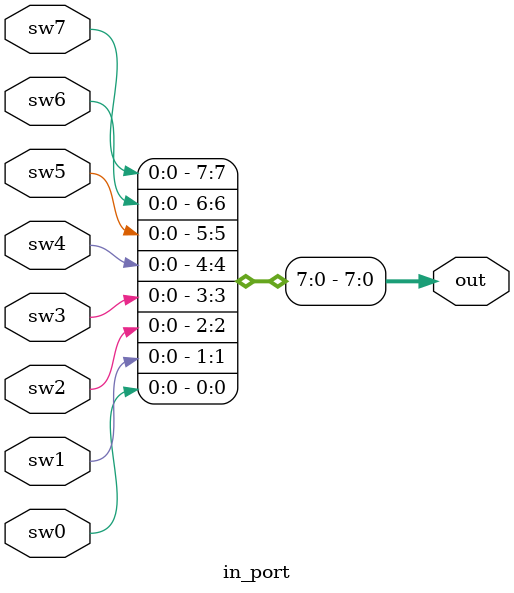
<source format=v>
module in_port (
	sw7,sw6,sw5,sw4,sw3,sw2,sw1,sw0,out
);

	input sw7,sw6,sw5,sw4,sw3,sw2,sw1,sw0;
	output [31:0] out;

	assign out[7] = sw7;
	assign out[6] = sw6;
	assign out[5] = sw5;
	assign out[4] = sw4;
	assign out[3] = sw3;
	assign out[2] = sw2;
	assign out[1] = sw1;
	assign out[0] = sw0;
	
endmodule
</source>
